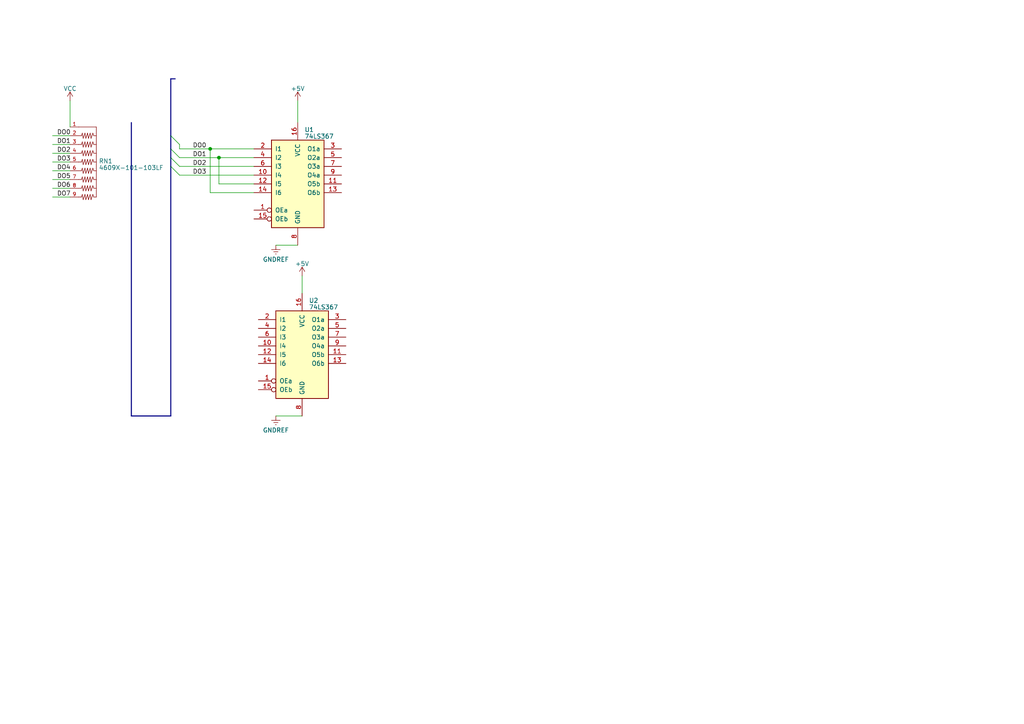
<source format=kicad_sch>
(kicad_sch (version 20230121) (generator eeschema)
  (paper "A4")
  (lib_symbols
    (symbol "74xx:74LS367" (pin_names (offset 1.016))
      (property "Reference" "U" (at -7.62 13.97 0))
      (property "Value" "74LS367" (at -7.62 -13.97 0))
      (symbol "74LS367_1_0"
        (pin input inverted (at -12.7 -7.62 0) (length 5.08) (name "OEa") (number "1"))
        (pin input line (at -12.7 2.54 0) (length 5.08) (name "I4") (number "10"))
        (pin tri_state line (at 12.7 0 180) (length 5.08) (name "O5b") (number "11"))
        (pin input line (at -12.7 0 0) (length 5.08) (name "I5") (number "12"))
        (pin tri_state line (at 12.7 -2.54 180) (length 5.08) (name "O6b") (number "13"))
        (pin input line (at -12.7 -2.54 0) (length 5.08) (name "I6") (number "14"))
        (pin input inverted (at -12.7 -10.16 0) (length 5.08) (name "OEb") (number "15"))
        (pin power_in line (at 0 17.78 270) (length 5.08) (name "VCC") (number "16"))
        (pin input line (at -12.7 10.16 0) (length 5.08) (name "I1") (number "2"))
        (pin tri_state line (at 12.7 10.16 180) (length 5.08) (name "O1a") (number "3"))
        (pin input line (at -12.7 7.62 0) (length 5.08) (name "I2") (number "4"))
        (pin tri_state line (at 12.7 7.62 180) (length 5.08) (name "O2a") (number "5"))
        (pin input line (at -12.7 5.08 0) (length 5.08) (name "I3") (number "6"))
        (pin tri_state line (at 12.7 5.08 180) (length 5.08) (name "O3a") (number "7"))
        (pin power_in line (at 0 -17.78 90) (length 5.08) (name "GND") (number "8"))
        (pin tri_state line (at 12.7 2.54 180) (length 5.08) (name "O4a") (number "9"))
      )
      (symbol "74LS367_1_1"
        (rectangle (start -7.62 12.7) (end 7.62 -12.7) (stroke (width 0.254)) (fill (type background)))
      )
    )
    (symbol "AndrewLib:4609X-101-103LF" (pin_names (offset 1.016))
      (property "Reference" "RN" (at -10.1644 7.6215 0))
      (property "Value" "4609X-101-103LF" (at -10.17 -10.1666 0))
      (symbol "4609X-101-103LF_0_0"
        (polyline (pts (xy -10.16 0) (xy -10.16 5.08)) (stroke (width 0.1524)))
        (polyline (pts (xy -10.16 5.08) (xy 5.08 5.08)) (stroke (width 0.1524)))
        (polyline (pts (xy -8.382 1.016) (xy -7.62 0.762)) (stroke (width 0.1524)))
        (polyline (pts (xy -8.382 1.778) (xy -6.858 1.27)) (stroke (width 0.1524)))
        (polyline (pts (xy -8.382 2.54) (xy -6.858 2.032)) (stroke (width 0.1524)))
        (polyline (pts (xy -8.382 3.302) (xy -6.858 2.794)) (stroke (width 0.1524)))
        (polyline (pts (xy -8.382 4.064) (xy -7.62 4.318)) (stroke (width 0.1524)))
        (polyline (pts (xy -7.62 0.762) (xy -7.62 0)) (stroke (width 0.1524)))
        (polyline (pts (xy -7.62 5.08) (xy -7.62 4.318)) (stroke (width 0.1524)))
        (polyline (pts (xy -6.858 1.27) (xy -8.382 1.016)) (stroke (width 0.1524)))
        (polyline (pts (xy -6.858 2.032) (xy -8.382 1.778)) (stroke (width 0.1524)))
        (polyline (pts (xy -6.858 2.794) (xy -8.382 2.54)) (stroke (width 0.1524)))
        (polyline (pts (xy -6.858 3.556) (xy -8.382 3.302)) (stroke (width 0.1524)))
        (polyline (pts (xy -6.858 3.556) (xy -8.382 4.064)) (stroke (width 0.1524)))
        (polyline (pts (xy -5.842 1.016) (xy -5.08 0.762)) (stroke (width 0.1524)))
        (polyline (pts (xy -5.842 1.778) (xy -4.318 1.27)) (stroke (width 0.1524)))
        (polyline (pts (xy -5.842 2.54) (xy -4.318 2.032)) (stroke (width 0.1524)))
        (polyline (pts (xy -5.842 3.302) (xy -4.318 2.794)) (stroke (width 0.1524)))
        (polyline (pts (xy -5.842 4.064) (xy -5.08 4.318)) (stroke (width 0.1524)))
        (polyline (pts (xy -5.08 0.762) (xy -5.08 0)) (stroke (width 0.1524)))
        (polyline (pts (xy -5.08 5.08) (xy -5.08 4.318)) (stroke (width 0.1524)))
        (polyline (pts (xy -4.318 1.27) (xy -5.842 1.016)) (stroke (width 0.1524)))
        (polyline (pts (xy -4.318 2.032) (xy -5.842 1.778)) (stroke (width 0.1524)))
        (polyline (pts (xy -4.318 2.794) (xy -5.842 2.54)) (stroke (width 0.1524)))
        (polyline (pts (xy -4.318 3.556) (xy -5.842 3.302)) (stroke (width 0.1524)))
        (polyline (pts (xy -4.318 3.556) (xy -5.842 4.064)) (stroke (width 0.1524)))
        (polyline (pts (xy -3.302 1.016) (xy -2.54 0.762)) (stroke (width 0.1524)))
        (polyline (pts (xy -3.302 1.778) (xy -1.778 1.27)) (stroke (width 0.1524)))
        (polyline (pts (xy -3.302 2.54) (xy -1.778 2.032)) (stroke (width 0.1524)))
        (polyline (pts (xy -3.302 3.302) (xy -1.778 2.794)) (stroke (width 0.1524)))
        (polyline (pts (xy -3.302 4.064) (xy -2.54 4.318)) (stroke (width 0.1524)))
        (polyline (pts (xy -2.54 0.762) (xy -2.54 0)) (stroke (width 0.1524)))
        (polyline (pts (xy -2.54 5.08) (xy -2.54 4.318)) (stroke (width 0.1524)))
        (polyline (pts (xy -1.778 1.27) (xy -3.302 1.016)) (stroke (width 0.1524)))
        (polyline (pts (xy -1.778 2.032) (xy -3.302 1.778)) (stroke (width 0.1524)))
        (polyline (pts (xy -1.778 2.794) (xy -3.302 2.54)) (stroke (width 0.1524)))
        (polyline (pts (xy -1.778 3.556) (xy -3.302 3.302)) (stroke (width 0.1524)))
        (polyline (pts (xy -1.778 3.556) (xy -3.302 4.064)) (stroke (width 0.1524)))
        (polyline (pts (xy -0.762 1.016) (xy 0 0.762)) (stroke (width 0.1524)))
        (polyline (pts (xy -0.762 1.778) (xy 0.762 1.27)) (stroke (width 0.1524)))
        (polyline (pts (xy -0.762 2.54) (xy 0.762 2.032)) (stroke (width 0.1524)))
        (polyline (pts (xy -0.762 3.302) (xy 0.762 2.794)) (stroke (width 0.1524)))
        (polyline (pts (xy -0.762 4.064) (xy 0 4.318)) (stroke (width 0.1524)))
        (polyline (pts (xy 0 0.762) (xy 0 0)) (stroke (width 0.1524)))
        (polyline (pts (xy 0 5.08) (xy 0 4.318)) (stroke (width 0.1524)))
        (polyline (pts (xy 0.762 1.27) (xy -0.762 1.016)) (stroke (width 0.1524)))
        (polyline (pts (xy 0.762 2.032) (xy -0.762 1.778)) (stroke (width 0.1524)))
        (polyline (pts (xy 0.762 2.794) (xy -0.762 2.54)) (stroke (width 0.1524)))
        (polyline (pts (xy 0.762 3.556) (xy -0.762 3.302)) (stroke (width 0.1524)))
        (polyline (pts (xy 0.762 3.556) (xy -0.762 4.064)) (stroke (width 0.1524)))
        (polyline (pts (xy 1.778 1.016) (xy 2.54 0.762)) (stroke (width 0.1524)))
        (polyline (pts (xy 1.778 1.778) (xy 3.302 1.27)) (stroke (width 0.1524)))
        (polyline (pts (xy 1.778 2.54) (xy 3.302 2.032)) (stroke (width 0.1524)))
        (polyline (pts (xy 1.778 3.302) (xy 3.302 2.794)) (stroke (width 0.1524)))
        (polyline (pts (xy 1.778 4.064) (xy 2.54 4.318)) (stroke (width 0.1524)))
        (polyline (pts (xy 2.54 0.762) (xy 2.54 0)) (stroke (width 0.1524)))
        (polyline (pts (xy 2.54 5.08) (xy 2.54 4.318)) (stroke (width 0.1524)))
        (polyline (pts (xy 3.302 1.27) (xy 1.778 1.016)) (stroke (width 0.1524)))
        (polyline (pts (xy 3.302 2.032) (xy 1.778 1.778)) (stroke (width 0.1524)))
        (polyline (pts (xy 3.302 2.794) (xy 1.778 2.54)) (stroke (width 0.1524)))
        (polyline (pts (xy 3.302 3.556) (xy 1.778 3.302)) (stroke (width 0.1524)))
        (polyline (pts (xy 3.302 3.556) (xy 1.778 4.064)) (stroke (width 0.1524)))
        (polyline (pts (xy 4.318 1.016) (xy 5.08 0.762)) (stroke (width 0.1524)))
        (polyline (pts (xy 4.318 1.778) (xy 5.842 1.27)) (stroke (width 0.1524)))
        (polyline (pts (xy 4.318 2.54) (xy 5.842 2.032)) (stroke (width 0.1524)))
        (polyline (pts (xy 4.318 3.302) (xy 5.842 2.794)) (stroke (width 0.1524)))
        (polyline (pts (xy 4.318 4.064) (xy 5.08 4.318)) (stroke (width 0.1524)))
        (polyline (pts (xy 5.08 0.762) (xy 5.08 0)) (stroke (width 0.1524)))
        (polyline (pts (xy 5.08 5.08) (xy 5.08 4.318)) (stroke (width 0.1524)))
        (polyline (pts (xy 5.08 5.08) (xy 10.16 5.08)) (stroke (width 0.1524)))
        (polyline (pts (xy 5.842 1.27) (xy 4.318 1.016)) (stroke (width 0.1524)))
        (polyline (pts (xy 5.842 2.032) (xy 4.318 1.778)) (stroke (width 0.1524)))
        (polyline (pts (xy 5.842 2.794) (xy 4.318 2.54)) (stroke (width 0.1524)))
        (polyline (pts (xy 5.842 3.556) (xy 4.318 3.302)) (stroke (width 0.1524)))
        (polyline (pts (xy 5.842 3.556) (xy 4.318 4.064)) (stroke (width 0.1524)))
        (polyline (pts (xy 6.858 1.016) (xy 7.62 0.762)) (stroke (width 0.1524)))
        (polyline (pts (xy 6.858 1.778) (xy 8.382 1.27)) (stroke (width 0.1524)))
        (polyline (pts (xy 6.858 2.54) (xy 8.382 2.032)) (stroke (width 0.1524)))
        (polyline (pts (xy 6.858 3.302) (xy 8.382 2.794)) (stroke (width 0.1524)))
        (polyline (pts (xy 6.858 4.064) (xy 7.62 4.318)) (stroke (width 0.1524)))
        (polyline (pts (xy 7.62 0.762) (xy 7.62 0)) (stroke (width 0.1524)))
        (polyline (pts (xy 7.62 5.08) (xy 7.62 4.318)) (stroke (width 0.1524)))
        (polyline (pts (xy 8.382 1.27) (xy 6.858 1.016)) (stroke (width 0.1524)))
        (polyline (pts (xy 8.382 2.032) (xy 6.858 1.778)) (stroke (width 0.1524)))
        (polyline (pts (xy 8.382 2.794) (xy 6.858 2.54)) (stroke (width 0.1524)))
        (polyline (pts (xy 8.382 3.556) (xy 6.858 3.302)) (stroke (width 0.1524)))
        (polyline (pts (xy 8.382 3.556) (xy 6.858 4.064)) (stroke (width 0.1524)))
        (polyline (pts (xy 9.398 1.016) (xy 10.16 0.762)) (stroke (width 0.1524)))
        (polyline (pts (xy 9.398 1.778) (xy 10.922 1.27)) (stroke (width 0.1524)))
        (polyline (pts (xy 9.398 2.54) (xy 10.922 2.032)) (stroke (width 0.1524)))
        (polyline (pts (xy 9.398 3.302) (xy 10.922 2.794)) (stroke (width 0.1524)))
        (polyline (pts (xy 9.398 4.064) (xy 10.16 4.318)) (stroke (width 0.1524)))
        (polyline (pts (xy 10.16 0.762) (xy 10.16 0)) (stroke (width 0.1524)))
        (polyline (pts (xy 10.16 5.08) (xy 10.16 4.318)) (stroke (width 0.1524)))
        (polyline (pts (xy 10.922 1.27) (xy 9.398 1.016)) (stroke (width 0.1524)))
        (polyline (pts (xy 10.922 2.032) (xy 9.398 1.778)) (stroke (width 0.1524)))
        (polyline (pts (xy 10.922 2.794) (xy 9.398 2.54)) (stroke (width 0.1524)))
        (polyline (pts (xy 10.922 3.556) (xy 9.398 3.302)) (stroke (width 0.1524)))
        (polyline (pts (xy 10.922 3.556) (xy 9.398 4.064)) (stroke (width 0.1524)))
        (pin passive line (at -10.16 -2.54 90) (length 2.54) (name "~") (number "1"))
        (pin passive line (at -7.62 -2.54 90) (length 2.54) (name "~") (number "2"))
        (pin passive line (at -5.08 -2.54 90) (length 2.54) (name "~") (number "3"))
        (pin passive line (at -2.54 -2.54 90) (length 2.54) (name "~") (number "4"))
        (pin passive line (at 0 -2.54 90) (length 2.54) (name "~") (number "5"))
        (pin passive line (at 2.54 -2.54 90) (length 2.54) (name "~") (number "6"))
        (pin passive line (at 5.08 -2.54 90) (length 2.54) (name "~") (number "7"))
        (pin passive line (at 7.62 -2.54 90) (length 2.54) (name "~") (number "8"))
        (pin passive line (at 10.16 -2.54 90) (length 2.54) (name "~") (number "9"))
      )
    )
    (symbol "power:+5V" (power) (pin_names (offset 0))
      (property "Value" "+5V" (at 0 3.556 0))
      (symbol "+5V_0_1"
        (polyline (pts (xy -0.762 1.27) (xy 0 2.54)))
        (polyline (pts (xy 0 0) (xy 0 2.54)))
        (polyline (pts (xy 0 2.54) (xy 0.762 1.27)))
      )
      (symbol "+5V_1_1"
        (pin power_in line (at 0 0 90) (length 0) hide (name "+5V") (number "1"))
      )
    )
    (symbol "power:GNDREF" (power) (pin_names (offset 0))
      (property "Value" "GNDREF" (at 0 -3.81 0))
      (symbol "GNDREF_0_1"
        (polyline (pts (xy -0.635 -1.905) (xy 0.635 -1.905)))
        (polyline (pts (xy -0.127 -2.54) (xy 0.127 -2.54)))
        (polyline (pts (xy 0 -1.27) (xy 0 0)))
        (polyline (pts (xy 1.27 -1.27) (xy -1.27 -1.27)))
      )
      (symbol "GNDREF_1_1"
        (pin power_in line (at 0 0 270) (length 0) hide (name "GNDREF") (number "1"))
      )
    )
    (symbol "power:VCC" (power) (pin_names (offset 0))
      (property "Value" "VCC" (at 0 3.81 0))
      (symbol "VCC_0_1"
        (polyline (pts (xy -0.762 1.27) (xy 0 2.54)))
        (polyline (pts (xy 0 0) (xy 0 2.54)))
        (polyline (pts (xy 0 2.54) (xy 0.762 1.27)))
      )
      (symbol "VCC_1_1"
        (pin power_in line (at 0 0 90) (length 0) hide (name "VCC") (number "1"))
      )
    )
  )
  (junction (at 60.96 43.18))
  (junction (at 63.5 45.72))
  (bus_entry (at 49.53 39.37) (size 2.54 2.54))
  (bus_entry (at 49.53 48.26) (size 2.54 2.54))
  (bus_entry (at 49.53 45.72) (size 2.54 2.54))
  (bus_entry (at 49.53 43.18) (size 2.54 2.54))
  (wire (pts (xy 80.01 71.12) (xy 86.36 71.12)))
  (bus (pts (xy 49.53 43.18) (xy 49.53 39.37)))
  (wire (pts (xy 52.07 45.72) (xy 63.5 45.72)))
  (wire (pts (xy 15.24 41.91) (xy 20.32 41.91)))
  (wire (pts (xy 60.96 43.18) (xy 73.66 43.18)))
  (wire (pts (xy 60.96 43.18) (xy 52.07 43.18)))
  (wire (pts (xy 15.24 57.15) (xy 20.32 57.15)))
  (wire (pts (xy 87.63 80.01) (xy 87.63 85.09)))
  (wire (pts (xy 52.07 48.26) (xy 73.66 48.26)))
  (wire (pts (xy 73.66 55.88) (xy 60.96 55.88)))
  (wire (pts (xy 63.5 45.72) (xy 73.66 45.72)))
  (wire (pts (xy 15.24 49.53) (xy 20.32 49.53)))
  (bus (pts (xy 49.53 48.26) (xy 49.53 45.72)))
  (wire (pts (xy 73.66 53.34) (xy 63.5 53.34)))
  (bus (pts (xy 49.53 120.65) (xy 49.53 48.26)))
  (wire (pts (xy 15.24 39.37) (xy 20.32 39.37)))
  (wire (pts (xy 52.07 43.18) (xy 52.07 41.91)))
  (bus (pts (xy 38.1 35.56) (xy 38.1 120.65)))
  (wire (pts (xy 20.32 29.21) (xy 20.32 36.83)))
  (wire (pts (xy 52.07 50.8) (xy 73.66 50.8)))
  (wire (pts (xy 15.24 54.61) (xy 20.32 54.61)))
  (bus (pts (xy 49.53 45.72) (xy 49.53 43.18)))
  (wire (pts (xy 63.5 53.34) (xy 63.5 45.72)))
  (wire (pts (xy 86.36 29.21) (xy 86.36 35.56)))
  (bus (pts (xy 49.53 22.86) (xy 50.8 22.86)))
  (wire (pts (xy 15.24 52.07) (xy 20.32 52.07)))
  (wire (pts (xy 15.24 46.99) (xy 20.32 46.99)))
  (bus (pts (xy 49.53 39.37) (xy 49.53 22.86)))
  (wire (pts (xy 15.24 44.45) (xy 20.32 44.45)))
  (wire (pts (xy 60.96 55.88) (xy 60.96 43.18)))
  (bus (pts (xy 38.1 120.65) (xy 49.53 120.65)))
  (wire (pts (xy 80.01 120.65) (xy 87.63 120.65)))
  (label "DO1" (at 16.51 41.91 0))
  (label "DO1" (at 55.88 45.72 0))
  (label "DO7" (at 16.51 57.15 0))
  (label "DO0" (at 16.51 39.37 0))
  (label "DO2" (at 55.88 48.26 0))
  (label "DO0" (at 55.88 43.18 0))
  (label "DO3" (at 16.51 46.99 0))
  (label "DO4" (at 16.51 49.53 0))
  (label "DO6" (at 16.51 54.61 0))
  (label "DO3" (at 55.88 50.8 0))
  (label "DO2" (at 16.51 44.45 0))
  (label "DO5" (at 16.51 52.07 0))
  (symbol (lib_id "74xx:74LS367") (at 87.63 102.87 0) (unit 1)
    (property "Reference" "U2" (at 89.5859 87.1601 0) (effects (justify left)))
    (property "Value" "74LS367" (at 89.5859 89.0811 0) (effects (justify left)))
    (property "Footprint" "Package_DIP:DIP-16_W7.62mm_Socket_LongPads" (effects hide))
    (property "Datasheet" "http://www.ti.com/lit/gpn/sn74LS367" (effects hide))
  )
  (symbol (lib_id "power:GNDREF") (at 80.01 71.12 0) (unit 1)
    (property "Reference" "#PWR06" (effects hide))
    (property "Value" "GNDREF" (at 80.01 75.2555 0))
  )
  (symbol (lib_id "power:+5V") (at 87.63 80.01 0) (unit 1)
    (property "Reference" "#PWR05" (effects hide))
    (property "Value" "+5V" (at 87.63 76.5081 0))
  )
  (symbol (lib_id "74xx:74LS367") (at 86.36 53.34 0) (unit 1)
    (property "Reference" "U1" (at 88.3159 37.6301 0) (effects (justify left)))
    (property "Value" "74LS367" (at 88.3159 39.5511 0) (effects (justify left)))
    (property "Footprint" "Package_DIP:DIP-16_W7.62mm_Socket_LongPads" (effects hide))
    (property "Datasheet" "http://www.ti.com/lit/gpn/sn74LS367" (effects hide))
  )
  (symbol (lib_id "power:VCC") (at 20.32 29.21 0) (unit 1)
    (property "Reference" "#PWR03" (effects hide))
    (property "Value" "VCC" (at 20.32 25.7081 0))
  )
  (symbol (lib_id "power:+5V") (at 86.36 29.21 0) (unit 1)
    (property "Reference" "#PWR04" (effects hide))
    (property "Value" "+5V" (at 86.36 25.7081 0))
  )
  (symbol (lib_id "power:GNDREF") (at 80.01 120.65 0) (unit 1)
    (property "Reference" "#PWR07" (effects hide))
    (property "Value" "GNDREF" (at 80.01 124.7855 0))
  )
  (symbol (lib_id "AndrewLib:4609X-101-103LF") (at 22.86 46.99 270) (unit 1)
    (property "Reference" "RN1" (at 28.6512 46.7273 90) (effects (justify left)))
    (property "Value" "4609X-101-103LF" (at 28.6512 48.6483 90) (effects (justify left)))
    (property "Footprint" "SIP249W50P254L2281H508Q9" (effects hide))
    (property "PARTREV" "10/1/20" (effects hide))
    (property "MANUFACTURER" "Bourns" (effects hide))
    (property "MAXIMUM_PACKAGE_HEIGHT" "5.08 mm" (effects hide))
    (property "STANDARD" "IPC 7351B" (effects hide))
  )
  (sheet (at -66.04 48.26) (size 52.07 53.34) (stroke (width 0.1524))
    (property "Sheetname" "Untitled Sheet" (at -66.04 47.5484 0) (effects (justify left bottom)))
    (property "Sheetfile" "untitled.kicad_sch" (at -66.04 102.1846 0) (effects (justify left top)))
  )
)
</source>
